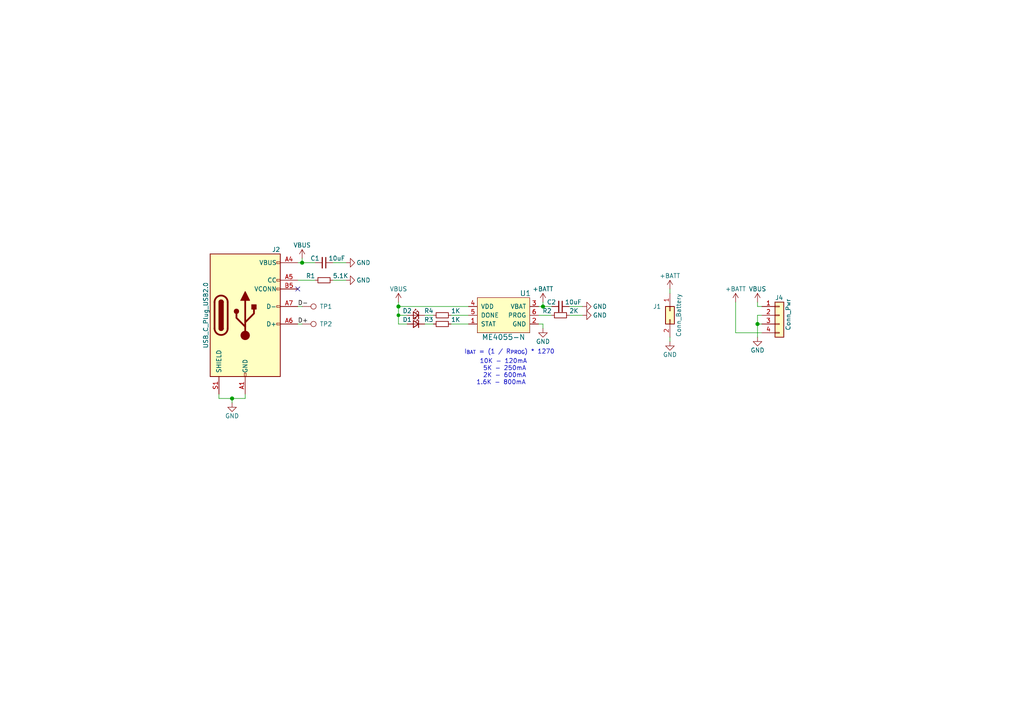
<source format=kicad_sch>
(kicad_sch (version 20230121) (generator eeschema)
  (paper "A4")
  (lib_symbols
    (symbol "Battery_Management_Extra:ME4055-N" (pin_names (offset 1.016))
      (property "Reference" "U" (at 6.35 6.35 0))
      (property "Value" "ME4055-N" (at 0 -6.35 0))
      (symbol "ME4055-N_0_1"
        (rectangle (start -7.62 5.08) (end 7.62 -5.08) (fill (type background)))
      )
      (symbol "ME4055-N_1_1"
        (pin output line (at -10.16 -2.54 0) (length 2.54) (name "STAT") (number "1"))
        (pin power_in line (at 10.16 -2.54 180) (length 2.54) (name "GND") (number "2"))
        (pin power_out line (at 10.16 2.54 180) (length 2.54) (name "VBAT") (number "3"))
        (pin power_in line (at -10.16 2.54 0) (length 2.54) (name "VDD") (number "4"))
        (pin output line (at -10.16 0 0) (length 2.54) (name "DONE") (number "5"))
        (pin input line (at 10.16 0 180) (length 2.54) (name "PROG") (number "6"))
      )
    )
    (symbol "Connector:TestPoint" (pin_numbers hide) (pin_names (offset 0.762) hide)
      (property "Reference" "TP" (at 0 6.858 0))
      (property "Value" "TestPoint" (at 0 5.08 0))
      (symbol "TestPoint_0_1"
        (circle (center 0 3.302) (radius 0.762))
      )
      (symbol "TestPoint_1_1"
        (pin passive line (at 0 0 90) (length 2.54) (name "1") (number "1"))
      )
    )
    (symbol "Connector:USB_C_Plug_USB2.0" (pin_names (offset 1.016))
      (property "Reference" "P" (at -10.16 19.05 0))
      (property "Value" "USB_C_Plug_USB2.0" (at 12.7 19.05 0))
      (symbol "USB_C_Plug_USB2.0_0_0"
        (rectangle (start -0.254 -17.78) (end 0.254 -16.764))
        (rectangle (start 10.16 -2.286) (end 9.144 -2.794))
        (rectangle (start 10.16 2.794) (end 9.144 2.286))
        (rectangle (start 10.16 7.874) (end 9.144 7.366))
        (rectangle (start 10.16 10.414) (end 9.144 9.906))
        (rectangle (start 10.16 15.494) (end 9.144 14.986))
      )
      (symbol "USB_C_Plug_USB2.0_0_1"
        (rectangle (start -10.16 17.78) (end 10.16 -17.78) (stroke (width 0.254)) (fill (type background)))
        (arc (start -8.89 -3.81) (mid -6.985 -5.7067) (end -5.08 -3.81) (stroke (width 0.508)))
        (arc (start -7.62 -3.81) (mid -6.985 -4.4423) (end -6.35 -3.81) (stroke (width 0.254)))
        (arc (start -7.62 -3.81) (mid -6.985 -4.4423) (end -6.35 -3.81) (stroke (width 0.254)) (fill (type outline)))
        (rectangle (start -7.62 -3.81) (end -6.35 3.81) (stroke (width 0.254)) (fill (type outline)))
        (arc (start -6.35 3.81) (mid -6.985 4.4423) (end -7.62 3.81) (stroke (width 0.254)))
        (arc (start -6.35 3.81) (mid -6.985 4.4423) (end -7.62 3.81) (stroke (width 0.254)) (fill (type outline)))
        (arc (start -5.08 3.81) (mid -6.985 5.7067) (end -8.89 3.81) (stroke (width 0.508)))
        (circle (center -2.54 1.143) (radius 0.635) (stroke (width 0.254)) (fill (type outline)))
        (circle (center 0 -5.842) (radius 1.27) (fill (type outline)))
        (polyline (pts (xy -8.89 -3.81) (xy -8.89 3.81)) (stroke (width 0.508)))
        (polyline (pts (xy -5.08 3.81) (xy -5.08 -3.81)) (stroke (width 0.508)))
        (polyline (pts (xy 0 -5.842) (xy 0 4.318)) (stroke (width 0.508)))
        (polyline (pts (xy 0 -3.302) (xy -2.54 -0.762) (xy -2.54 0.508)) (stroke (width 0.508)))
        (polyline (pts (xy 0 -2.032) (xy 2.54 0.508) (xy 2.54 1.778)) (stroke (width 0.508)))
        (polyline (pts (xy -1.27 4.318) (xy 0 6.858) (xy 1.27 4.318) (xy -1.27 4.318)) (stroke (width 0.254)) (fill (type outline)))
        (rectangle (start 1.905 1.778) (end 3.175 3.048) (stroke (width 0.254)) (fill (type outline)))
      )
      (symbol "USB_C_Plug_USB2.0_1_1"
        (pin passive line (at 0 -22.86 90) (length 5.08) (name "GND") (number "A1"))
        (pin passive line (at 0 -22.86 90) (length 5.08) hide (name "GND") (number "A12"))
        (pin passive line (at 15.24 15.24 180) (length 5.08) (name "VBUS") (number "A4"))
        (pin bidirectional line (at 15.24 10.16 180) (length 5.08) (name "CC") (number "A5"))
        (pin bidirectional line (at 15.24 -2.54 180) (length 5.08) (name "D+") (number "A6"))
        (pin bidirectional line (at 15.24 2.54 180) (length 5.08) (name "D-") (number "A7"))
        (pin passive line (at 15.24 15.24 180) (length 5.08) hide (name "VBUS") (number "A9"))
        (pin passive line (at 0 -22.86 90) (length 5.08) hide (name "GND") (number "B1"))
        (pin passive line (at 0 -22.86 90) (length 5.08) hide (name "GND") (number "B12"))
        (pin passive line (at 15.24 15.24 180) (length 5.08) hide (name "VBUS") (number "B4"))
        (pin bidirectional line (at 15.24 7.62 180) (length 5.08) (name "VCONN") (number "B5"))
        (pin passive line (at 15.24 15.24 180) (length 5.08) hide (name "VBUS") (number "B9"))
        (pin passive line (at -7.62 -22.86 90) (length 5.08) (name "SHIELD") (number "S1"))
      )
    )
    (symbol "Connector_Generic:Conn_01x04" (pin_names (offset 1.016) hide)
      (property "Reference" "J" (at 0 5.08 0))
      (property "Value" "Conn_01x04" (at 0 -7.62 0))
      (symbol "Conn_01x04_1_1"
        (rectangle (start -1.27 -4.953) (end 0 -5.207) (stroke (width 0.1524)))
        (rectangle (start -1.27 -2.413) (end 0 -2.667) (stroke (width 0.1524)))
        (rectangle (start -1.27 0.127) (end 0 -0.127) (stroke (width 0.1524)))
        (rectangle (start -1.27 2.667) (end 0 2.413) (stroke (width 0.1524)))
        (rectangle (start -1.27 3.81) (end 1.27 -6.35) (stroke (width 0.254)) (fill (type background)))
        (pin passive line (at -5.08 2.54 0) (length 3.81) (name "Pin_1") (number "1"))
        (pin passive line (at -5.08 0 0) (length 3.81) (name "Pin_2") (number "2"))
        (pin passive line (at -5.08 -2.54 0) (length 3.81) (name "Pin_3") (number "3"))
        (pin passive line (at -5.08 -5.08 0) (length 3.81) (name "Pin_4") (number "4"))
      )
    )
    (symbol "Connector_Generic:Conn_02x01" (pin_names (offset 1.016) hide)
      (property "Reference" "J" (at 1.27 2.54 0))
      (property "Value" "Conn_02x01" (at 1.27 -2.54 0))
      (symbol "Conn_02x01_1_1"
        (rectangle (start -1.27 0.127) (end 0 -0.127) (stroke (width 0.1524)))
        (rectangle (start -1.27 1.27) (end 3.81 -1.27) (stroke (width 0.254)) (fill (type background)))
        (rectangle (start 3.81 0.127) (end 2.54 -0.127) (stroke (width 0.1524)))
        (pin passive line (at -5.08 0 0) (length 3.81) (name "Pin_1") (number "1"))
        (pin passive line (at 7.62 0 180) (length 3.81) (name "Pin_2") (number "2"))
      )
    )
    (symbol "Device:C_Small" (pin_numbers hide) (pin_names (offset 0.254) hide)
      (property "Reference" "C" (at 0.254 1.778 0))
      (property "Value" "C_Small" (at 0.254 -2.032 0))
      (symbol "C_Small_0_1"
        (polyline (pts (xy -1.524 -0.508) (xy 1.524 -0.508)) (stroke (width 0.3302)))
        (polyline (pts (xy -1.524 0.508) (xy 1.524 0.508)) (stroke (width 0.3048)))
      )
      (symbol "C_Small_1_1"
        (pin passive line (at 0 2.54 270) (length 2.032) (name "~") (number "1"))
        (pin passive line (at 0 -2.54 90) (length 2.032) (name "~") (number "2"))
      )
    )
    (symbol "Device:LED_Small" (pin_numbers hide) (pin_names (offset 0.254) hide)
      (property "Reference" "D" (at -1.27 3.175 0))
      (property "Value" "LED_Small" (at -4.445 -2.54 0))
      (symbol "LED_Small_0_1"
        (polyline (pts (xy -0.762 -1.016) (xy -0.762 1.016)) (stroke (width 0.254)))
        (polyline (pts (xy 1.016 0) (xy -0.762 0)))
        (polyline (pts (xy 0.762 -1.016) (xy -0.762 0) (xy 0.762 1.016) (xy 0.762 -1.016)) (stroke (width 0.254)))
        (polyline (pts (xy 0 0.762) (xy -0.508 1.27) (xy -0.254 1.27) (xy -0.508 1.27) (xy -0.508 1.016)))
        (polyline (pts (xy 0.508 1.27) (xy 0 1.778) (xy 0.254 1.778) (xy 0 1.778) (xy 0 1.524)))
      )
      (symbol "LED_Small_1_1"
        (pin passive line (at -2.54 0 0) (length 1.778) (name "K") (number "1"))
        (pin passive line (at 2.54 0 180) (length 1.778) (name "A") (number "2"))
      )
    )
    (symbol "Device:R_Small" (pin_numbers hide) (pin_names (offset 0.254) hide)
      (property "Reference" "R" (at 0.762 0.508 0))
      (property "Value" "R_Small" (at 0.762 -1.016 0))
      (symbol "R_Small_0_1"
        (rectangle (start -0.762 1.778) (end 0.762 -1.778) (stroke (width 0.2032)))
      )
      (symbol "R_Small_1_1"
        (pin passive line (at 0 2.54 270) (length 0.762) (name "~") (number "1"))
        (pin passive line (at 0 -2.54 90) (length 0.762) (name "~") (number "2"))
      )
    )
    (symbol "power:+BATT" (power) (pin_names (offset 0))
      (property "Value" "+BATT" (at 0 3.556 0))
      (symbol "+BATT_0_1"
        (polyline (pts (xy -0.762 1.27) (xy 0 2.54)))
        (polyline (pts (xy 0 0) (xy 0 2.54)))
        (polyline (pts (xy 0 2.54) (xy 0.762 1.27)))
      )
      (symbol "+BATT_1_1"
        (pin power_in line (at 0 0 90) (length 0) hide (name "+BATT") (number "1"))
      )
    )
    (symbol "power:GND" (power) (pin_names (offset 0))
      (property "Value" "GND" (at 0 -3.81 0))
      (symbol "GND_0_1"
        (polyline (pts (xy 0 0) (xy 0 -1.27) (xy 1.27 -1.27) (xy 0 -2.54) (xy -1.27 -1.27) (xy 0 -1.27)))
      )
      (symbol "GND_1_1"
        (pin power_in line (at 0 0 270) (length 0) hide (name "GND") (number "1"))
      )
    )
    (symbol "power:VBUS" (power) (pin_names (offset 0))
      (property "Value" "VBUS" (at 0 3.81 0))
      (symbol "VBUS_0_1"
        (polyline (pts (xy -0.762 1.27) (xy 0 2.54)))
        (polyline (pts (xy 0 0) (xy 0 2.54)))
        (polyline (pts (xy 0 2.54) (xy 0.762 1.27)))
      )
      (symbol "VBUS_1_1"
        (pin power_in line (at 0 0 90) (length 0) hide (name "VBUS") (number "1"))
      )
    )
  )
  (junction (at 157.48 88.9) (diameter 1.016))
  (junction (at 115.57 91.44))
  (junction (at 219.71 93.98) (diameter 1.016))
  (junction (at 115.57 88.9) (diameter 1.016))
  (junction (at 87.63 76.2) (diameter 1.016))
  (junction (at 67.31 115.57) (diameter 1.016))
  (no_connect (at 86.36 83.82))
  (wire (pts (xy 115.57 93.98) (xy 115.57 91.44)))
  (wire (pts (xy 86.36 76.2) (xy 87.63 76.2)))
  (wire (pts (xy 87.63 76.2) (xy 91.44 76.2)))
  (wire (pts (xy 115.57 88.9) (xy 115.57 87.63)))
  (wire (pts (xy 219.71 87.63) (xy 219.71 88.9)))
  (wire (pts (xy 67.31 115.57) (xy 71.12 115.57)))
  (wire (pts (xy 194.31 85.09) (xy 194.31 83.82)))
  (wire (pts (xy 156.21 88.9) (xy 157.48 88.9)))
  (wire (pts (xy 71.12 115.57) (xy 71.12 114.3)))
  (wire (pts (xy 194.31 97.79) (xy 194.31 99.06)))
  (wire (pts (xy 96.52 76.2) (xy 100.33 76.2)))
  (wire (pts (xy 156.21 93.98) (xy 157.48 93.98)))
  (wire (pts (xy 219.71 93.98) (xy 219.71 97.79)))
  (wire (pts (xy 86.36 88.9) (xy 87.63 88.9)))
  (wire (pts (xy 115.57 91.44) (xy 115.57 88.9)))
  (wire (pts (xy 63.5 115.57) (xy 67.31 115.57)))
  (wire (pts (xy 165.1 88.9) (xy 168.91 88.9)))
  (wire (pts (xy 157.48 88.9) (xy 160.02 88.9)))
  (wire (pts (xy 157.48 88.9) (xy 157.48 87.63)))
  (wire (pts (xy 63.5 114.3) (xy 63.5 115.57)))
  (wire (pts (xy 67.31 115.57) (xy 67.31 116.84)))
  (wire (pts (xy 130.81 93.98) (xy 135.89 93.98)))
  (wire (pts (xy 157.48 93.98) (xy 157.48 95.25)))
  (wire (pts (xy 213.36 87.63) (xy 213.36 96.52)))
  (wire (pts (xy 219.71 93.98) (xy 220.98 93.98)))
  (wire (pts (xy 87.63 76.2) (xy 87.63 74.93)))
  (wire (pts (xy 115.57 91.44) (xy 118.11 91.44)))
  (wire (pts (xy 115.57 93.98) (xy 118.11 93.98)))
  (wire (pts (xy 165.1 91.44) (xy 168.91 91.44)))
  (wire (pts (xy 160.02 91.44) (xy 156.21 91.44)))
  (wire (pts (xy 96.52 81.28) (xy 100.33 81.28)))
  (wire (pts (xy 86.36 81.28) (xy 91.44 81.28)))
  (wire (pts (xy 86.36 93.98) (xy 87.63 93.98)))
  (wire (pts (xy 219.71 91.44) (xy 219.71 93.98)))
  (wire (pts (xy 125.73 93.98) (xy 123.19 93.98)))
  (wire (pts (xy 220.98 91.44) (xy 219.71 91.44)))
  (wire (pts (xy 115.57 88.9) (xy 135.89 88.9)))
  (wire (pts (xy 125.73 91.44) (xy 123.19 91.44)))
  (wire (pts (xy 219.71 88.9) (xy 220.98 88.9)))
  (wire (pts (xy 130.81 91.44) (xy 135.89 91.44)))
  (wire (pts (xy 220.98 96.52) (xy 213.36 96.52)))
  (text "I_{BAT} = (1 / R_{PROG}) * 1270" (at 134.62 102.87 0) (effects (font (size 1.27 1.27)) (justify left bottom)))
  (text "  10K - 120mA\n   5K - 250mA\n   2K - 600mA\n 1.6K - 800mA" (at 137.16 111.76 0) (effects (font (size 1.27 1.27)) (justify left bottom)))
  (label "D-" (at 86.36 88.9 0))
  (label "D+" (at 86.36 93.98 0))
  (symbol (lib_id "power:VBUS") (at 219.71 87.63 0) (unit 1)
    (property "Reference" "#PWR017" (effects hide))
    (property "Value" "VBUS" (at 219.71 83.82 0))
  )
  (symbol (lib_id "power:VBUS") (at 87.63 74.93 0) (unit 1)
    (property "Reference" "#PWR01" (effects hide))
    (property "Value" "VBUS" (at 87.63 71.12 0))
  )
  (symbol (lib_id "power:GND") (at 168.91 91.44 90) (mirror x) (unit 1)
    (property "Reference" "#PWR08" (effects hide))
    (property "Value" "GND" (at 173.99 91.44 90))
  )
  (symbol (lib_id "power:GND") (at 194.31 99.06 0) (unit 1)
    (property "Reference" "#PWR010" (effects hide))
    (property "Value" "GND" (at 194.31 102.87 0))
  )
  (symbol (lib_id "Device:LED_Small") (at 120.65 93.98 0) (mirror y) (unit 1)
    (property "Reference" "D1" (at 118.11 92.71 0))
    (property "Value" "LED_CHR" (effects hide))
    (property "Footprint" "LED_SMD:LED_0603_1608Metric" (effects hide))
  )
  (symbol (lib_id "Connector:TestPoint") (at 87.63 93.98 270) (unit 1)
    (property "Reference" "TP2" (at 92.71 93.98 90) (effects (justify left)))
    (property "Value" "TP_D+" (effects hide))
    (property "Footprint" "TestPoint:TestPoint_Pad_D1.5mm" (effects hide))
  )
  (symbol (lib_id "Device:C_Small") (at 162.56 88.9 270) (unit 1)
    (property "Reference" "C2" (at 161.29 87.63 90) (effects (justify right)))
    (property "Value" "10uF" (at 163.83 87.63 90) (effects (justify left)))
    (property "Footprint" "Capacitor_SMD:C_0603_1608Metric" (effects hide))
  )
  (symbol (lib_id "power:GND") (at 157.48 95.25 0) (mirror y) (unit 1)
    (property "Reference" "#PWR09" (effects hide))
    (property "Value" "GND" (at 157.48 99.06 0))
  )
  (symbol (lib_id "power:+BATT") (at 194.31 83.82 0) (unit 1)
    (property "Reference" "#PWR04" (effects hide))
    (property "Value" "+BATT" (at 194.31 80.01 0))
  )
  (symbol (lib_id "Device:R_Small") (at 128.27 91.44 270) (unit 1)
    (property "Reference" "R4" (at 125.73 90.17 90) (effects (justify right)))
    (property "Value" "1K" (at 130.81 90.17 90) (effects (justify left)))
    (property "Footprint" "Resistor_SMD:R_0603_1608Metric" (effects hide))
  )
  (symbol (lib_id "Connector:USB_C_Plug_USB2.0") (at 71.12 91.44 0) (unit 1)
    (property "Reference" "J2" (at 81.28 72.39 0) (effects (justify right)))
    (property "Value" "USB_C_Plug_USB2.0" (at 59.69 91.44 90))
    (property "Footprint" "Connector_USB_Extra:USB_C_Plug_UTC009-C12" (effects hide))
    (property "Datasheet" "https://www.usb.org/sites/default/files/documents/usb_type-c.zip" (effects hide))
  )
  (symbol (lib_id "Device:C_Small") (at 93.98 76.2 270) (unit 1)
    (property "Reference" "C1" (at 92.71 74.93 90) (effects (justify right)))
    (property "Value" "10uF" (at 95.25 74.93 90) (effects (justify left)))
    (property "Footprint" "Capacitor_SMD:C_0603_1608Metric" (effects hide))
  )
  (symbol (lib_id "power:GND") (at 168.91 88.9 90) (mirror x) (unit 1)
    (property "Reference" "#PWR07" (effects hide))
    (property "Value" "GND" (at 173.99 88.9 90))
  )
  (symbol (lib_id "Connector_Generic:Conn_01x04") (at 226.06 91.44 0) (unit 1)
    (property "Reference" "J4" (at 224.79 86.36 0) (effects (justify left)))
    (property "Value" "Conn_Pwr" (at 228.6 95.885 90) (effects (justify left)))
    (property "Footprint" "Connector_PinHeader_2.54mm:PinHeader_1x04_P2.54mm_Vertical" (effects hide))
  )
  (symbol (lib_id "power:GND") (at 100.33 81.28 90) (unit 1)
    (property "Reference" "#PWR03" (effects hide))
    (property "Value" "GND" (at 105.41 81.28 90))
  )
  (symbol (lib_id "power:+BATT") (at 213.36 87.63 0) (unit 1)
    (property "Reference" "#PWR016" (effects hide))
    (property "Value" "+BATT" (at 213.36 83.82 0))
  )
  (symbol (lib_id "Device:R_Small") (at 162.56 91.44 270) (unit 1)
    (property "Reference" "R2" (at 160.02 90.17 90) (effects (justify right)))
    (property "Value" "2K" (at 165.1 90.17 90) (effects (justify left)))
    (property "Footprint" "Resistor_SMD:R_0603_1608Metric" (effects hide))
  )
  (symbol (lib_id "power:GND") (at 100.33 76.2 90) (mirror x) (unit 1)
    (property "Reference" "#PWR02" (effects hide))
    (property "Value" "GND" (at 105.41 76.2 90))
  )
  (symbol (lib_id "Battery_Management_Extra:ME4055-N") (at 146.05 91.44 0) (unit 1)
    (property "Reference" "U1" (at 152.4 85.09 0) (effects (font (size 1.524 1.524))))
    (property "Value" "ME4055-N" (at 146.05 97.79 0) (effects (font (size 1.524 1.524))))
    (property "Footprint" "Package_TO_SOT_SMD:SOT-23-6" (effects hide))
    (property "Datasheet" "https://datasheet.lcsc.com/lcsc/2207251602_MICRONE-Nanjing-Micro-One-Elec-ME4055AM6G-N_C82121.pdf" (effects hide))
    (property "LCSC" "C82121" (effects hide))
  )
  (symbol (lib_id "Connector_Generic:Conn_02x01") (at 194.31 90.17 90) (mirror x) (unit 1)
    (property "Reference" "J1" (at 191.77 88.9 90) (effects (justify left)))
    (property "Value" "Conn_Battery" (at 196.85 91.44 0))
    (property "Footprint" "Connector_JST:JST_PH_S2B-PH-SM4-TB_1x02-1MP_P2.00mm_Horizontal" (effects hide))
    (property "LCSC" "C47647" (effects hide))
  )
  (symbol (lib_id "Connector:TestPoint") (at 87.63 88.9 270) (unit 1)
    (property "Reference" "TP1" (at 92.71 88.9 90) (effects (justify left)))
    (property "Value" "TP_D-" (effects hide))
    (property "Footprint" "TestPoint:TestPoint_Pad_D1.5mm" (effects hide))
  )
  (symbol (lib_id "power:+BATT") (at 157.48 87.63 0) (unit 1)
    (property "Reference" "#PWR06" (effects hide))
    (property "Value" "+BATT" (at 157.48 83.82 0))
  )
  (symbol (lib_id "power:GND") (at 219.71 97.79 0) (mirror y) (unit 1)
    (property "Reference" "#PWR018" (effects hide))
    (property "Value" "GND" (at 219.71 101.6 0))
  )
  (symbol (lib_id "Device:LED_Small") (at 120.65 91.44 0) (mirror y) (unit 1)
    (property "Reference" "D2" (at 118.11 90.17 0))
    (property "Value" "LED_DONE" (effects hide))
    (property "Footprint" "LED_SMD:LED_0603_1608Metric" (effects hide))
  )
  (symbol (lib_id "power:GND") (at 67.31 116.84 0) (unit 1)
    (property "Reference" "#PWR012" (effects hide))
    (property "Value" "GND" (at 67.31 120.65 0))
  )
  (symbol (lib_id "Device:R_Small") (at 128.27 93.98 270) (unit 1)
    (property "Reference" "R3" (at 125.73 92.71 90) (effects (justify right)))
    (property "Value" "1K" (at 130.81 92.71 90) (effects (justify left)))
    (property "Footprint" "Resistor_SMD:R_0603_1608Metric" (effects hide))
  )
  (symbol (lib_id "power:VBUS") (at 115.57 87.63 0) (mirror y) (unit 1)
    (property "Reference" "#PWR05" (effects hide))
    (property "Value" "VBUS" (at 115.57 83.82 0))
  )
  (symbol (lib_id "Device:R_Small") (at 93.98 81.28 270) (unit 1)
    (property "Reference" "R1" (at 91.44 80.01 90) (effects (justify right)))
    (property "Value" "5.1K" (at 96.52 80.01 90) (effects (justify left)))
    (property "Footprint" "Resistor_SMD:R_0603_1608Metric" (effects hide))
  )
)
</source>
